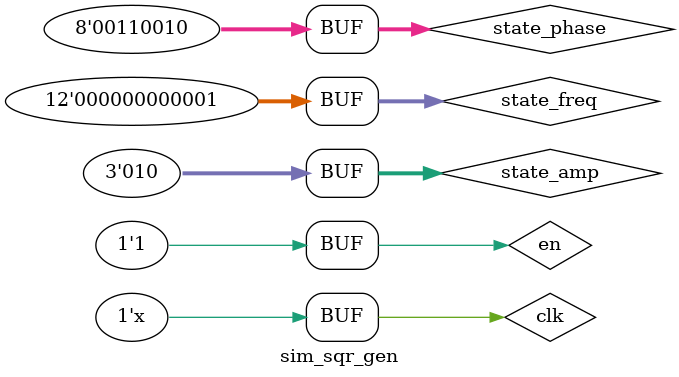
<source format=v>
`timescale 1us/1us

module sim_sqr_gen ();
    reg clk;
    
    initial clk <= 1'b0;
    
    always #1 clk <= ~clk;
    
    wire en;
    wire [11:0] state_freq;
    wire [2:0] state_amp;
    wire [7:0] state_phase;
    wire [13:0] DAC_in;
    
    assign en          = 1'b1;
    assign state_freq  = 12'd1;
    assign state_amp   = 3'd50;
    assign state_phase = 8'd50;
    
    sqr_gen sqr_gen_inst(
    .en(en),
    .clk(clk),
    .state_freq(state_freq),
    .state_amp(state_amp),
    .state_phase(state_phase),
    .DAC_in(DAC_in)
    );
endmodule

</source>
